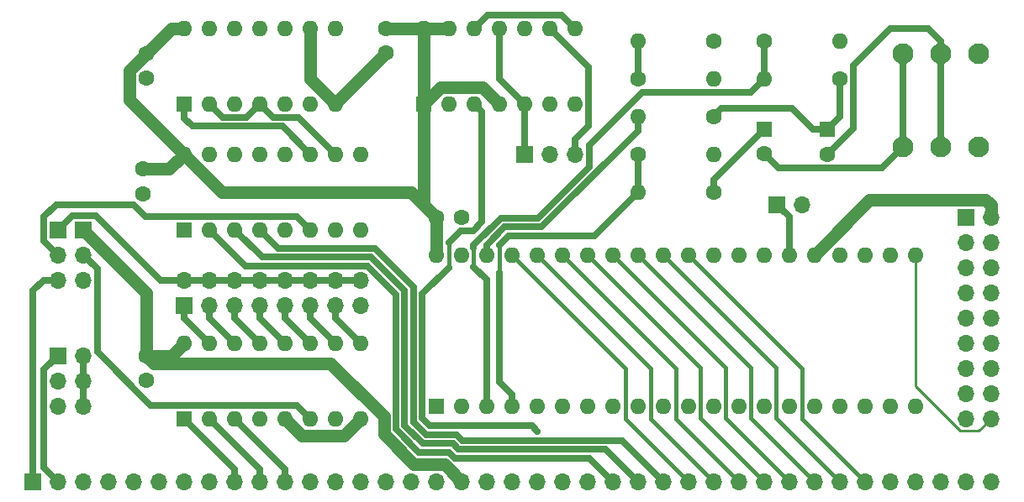
<source format=gbr>
G04 #@! TF.FileFunction,Copper,L2,Bot,Signal*
%FSLAX46Y46*%
G04 Gerber Fmt 4.6, Leading zero omitted, Abs format (unit mm)*
G04 Created by KiCad (PCBNEW 4.0.6) date Sun Apr  2 22:38:37 2017*
%MOMM*%
%LPD*%
G01*
G04 APERTURE LIST*
%ADD10C,0.100000*%
%ADD11C,1.600000*%
%ADD12R,1.600000X1.600000*%
%ADD13O,1.600000X1.600000*%
%ADD14R,1.700000X1.700000*%
%ADD15O,1.700000X1.700000*%
%ADD16C,2.100000*%
%ADD17C,0.685800*%
%ADD18C,1.270000*%
%ADD19C,0.635000*%
%ADD20C,0.381000*%
%ADD21C,0.254000*%
G04 APERTURE END LIST*
D10*
D11*
X73340346Y-131027070D03*
X73340346Y-133527070D03*
D12*
X77470000Y-156210000D03*
D13*
X95250000Y-148590000D03*
X80010000Y-156210000D03*
X92710000Y-148590000D03*
X82550000Y-156210000D03*
X90170000Y-148590000D03*
X85090000Y-156210000D03*
X87630000Y-148590000D03*
X87630000Y-156210000D03*
X85090000Y-148590000D03*
X90170000Y-156210000D03*
X82550000Y-148590000D03*
X92710000Y-156210000D03*
X80010000Y-148590000D03*
X95250000Y-156210000D03*
X77470000Y-148590000D03*
D11*
X135890000Y-118110000D03*
D13*
X143510000Y-118110000D03*
D12*
X77470000Y-137160000D03*
D13*
X95250000Y-129540000D03*
X80010000Y-137160000D03*
X92710000Y-129540000D03*
X82550000Y-137160000D03*
X90170000Y-129540000D03*
X85090000Y-137160000D03*
X87630000Y-129540000D03*
X87630000Y-137160000D03*
X85090000Y-129540000D03*
X90170000Y-137160000D03*
X82550000Y-129540000D03*
X92710000Y-137160000D03*
X80010000Y-129540000D03*
X95250000Y-137160000D03*
X77470000Y-129540000D03*
D12*
X102829360Y-154929840D03*
D13*
X151089360Y-139689840D03*
X105369360Y-154929840D03*
X148549360Y-139689840D03*
X107909360Y-154929840D03*
X146009360Y-139689840D03*
X110449360Y-154929840D03*
X143469360Y-139689840D03*
X112989360Y-154929840D03*
X140929360Y-139689840D03*
X115529360Y-154929840D03*
X138389360Y-139689840D03*
X118069360Y-154929840D03*
X135849360Y-139689840D03*
X120609360Y-154929840D03*
X133309360Y-139689840D03*
X123149360Y-154929840D03*
X130769360Y-139689840D03*
X125689360Y-154929840D03*
X128229360Y-139689840D03*
X128229360Y-154929840D03*
X125689360Y-139689840D03*
X130769360Y-154929840D03*
X123149360Y-139689840D03*
X133309360Y-154929840D03*
X120609360Y-139689840D03*
X135849360Y-154929840D03*
X118069360Y-139689840D03*
X138389360Y-154929840D03*
X115529360Y-139689840D03*
X140929360Y-154929840D03*
X112989360Y-139689840D03*
X143469360Y-154929840D03*
X110449360Y-139689840D03*
X146009360Y-154929840D03*
X107909360Y-139689840D03*
X148549360Y-154929840D03*
X105369360Y-139689840D03*
X151089360Y-154929840D03*
X102829360Y-139689840D03*
D12*
X101600000Y-124460000D03*
D13*
X116840000Y-116840000D03*
X104140000Y-124460000D03*
X114300000Y-116840000D03*
X106680000Y-124460000D03*
X111760000Y-116840000D03*
X109220000Y-124460000D03*
X109220000Y-116840000D03*
X111760000Y-124460000D03*
X106680000Y-116840000D03*
X114300000Y-124460000D03*
X104140000Y-116840000D03*
X116840000Y-124460000D03*
X101600000Y-116840000D03*
D11*
X130810000Y-125730000D03*
D13*
X123190000Y-125730000D03*
D11*
X123190000Y-129540000D03*
D13*
X130810000Y-129540000D03*
D11*
X143510000Y-121920000D03*
D13*
X135890000Y-121920000D03*
D11*
X130810000Y-118110000D03*
D13*
X123190000Y-118110000D03*
D11*
X102870000Y-135890000D03*
X105370000Y-135890000D03*
D12*
X135890000Y-127000000D03*
D11*
X135890000Y-129500000D03*
D12*
X142240000Y-127040000D03*
D11*
X142240000Y-129540000D03*
D14*
X137160000Y-134620000D03*
D15*
X139700000Y-134620000D03*
D11*
X123190000Y-121920000D03*
D13*
X130810000Y-121920000D03*
D11*
X130810000Y-133350000D03*
D13*
X123190000Y-133350000D03*
D12*
X77470000Y-124460000D03*
D13*
X92710000Y-116840000D03*
X80010000Y-124460000D03*
X90170000Y-116840000D03*
X82550000Y-124460000D03*
X87630000Y-116840000D03*
X85090000Y-124460000D03*
X85090000Y-116840000D03*
X87630000Y-124460000D03*
X82550000Y-116840000D03*
X90170000Y-124460000D03*
X80010000Y-116840000D03*
X92710000Y-124460000D03*
X77470000Y-116840000D03*
D11*
X73660000Y-149860000D03*
X73660000Y-152360000D03*
X97790000Y-116840000D03*
X97790000Y-119340000D03*
X73660000Y-119380000D03*
X73660000Y-121880000D03*
D14*
X156189680Y-135884920D03*
D15*
X158729680Y-135884920D03*
X156189680Y-138424920D03*
X158729680Y-138424920D03*
X156189680Y-140964920D03*
X158729680Y-140964920D03*
X156189680Y-143504920D03*
X158729680Y-143504920D03*
X156189680Y-146044920D03*
X158729680Y-146044920D03*
X156189680Y-148584920D03*
X158729680Y-148584920D03*
X156189680Y-151124920D03*
X158729680Y-151124920D03*
X156189680Y-153664920D03*
X158729680Y-153664920D03*
X156189680Y-156204920D03*
X158729680Y-156204920D03*
D14*
X111760000Y-129540000D03*
D15*
X114300000Y-129540000D03*
X116840000Y-129540000D03*
D14*
X64770000Y-149860000D03*
D15*
X67310000Y-149860000D03*
X64770000Y-152400000D03*
X67310000Y-152400000D03*
X64770000Y-154940000D03*
X67310000Y-154940000D03*
D14*
X77470000Y-144780000D03*
D15*
X77470000Y-142240000D03*
X80010000Y-144780000D03*
X80010000Y-142240000D03*
X82550000Y-144780000D03*
X82550000Y-142240000D03*
X85090000Y-144780000D03*
X85090000Y-142240000D03*
X87630000Y-144780000D03*
X87630000Y-142240000D03*
X90170000Y-144780000D03*
X90170000Y-142240000D03*
X92710000Y-144780000D03*
X92710000Y-142240000D03*
X95250000Y-144780000D03*
X95250000Y-142240000D03*
D14*
X67310000Y-137160000D03*
D15*
X67310000Y-139700000D03*
X67310000Y-142240000D03*
D14*
X64770000Y-137160000D03*
D15*
X64770000Y-139700000D03*
X64770000Y-142240000D03*
D14*
X62230000Y-162560000D03*
D15*
X64770000Y-162560000D03*
X67310000Y-162560000D03*
X69850000Y-162560000D03*
X72390000Y-162560000D03*
X74930000Y-162560000D03*
X77470000Y-162560000D03*
X80010000Y-162560000D03*
X82550000Y-162560000D03*
X85090000Y-162560000D03*
X87630000Y-162560000D03*
X90170000Y-162560000D03*
X92710000Y-162560000D03*
X95250000Y-162560000D03*
X97790000Y-162560000D03*
X100330000Y-162560000D03*
X102870000Y-162560000D03*
X105410000Y-162560000D03*
X107950000Y-162560000D03*
X110490000Y-162560000D03*
X113030000Y-162560000D03*
X115570000Y-162560000D03*
X118110000Y-162560000D03*
X120650000Y-162560000D03*
X123190000Y-162560000D03*
X125730000Y-162560000D03*
X128270000Y-162560000D03*
X130810000Y-162560000D03*
X133350000Y-162560000D03*
X135890000Y-162560000D03*
X138430000Y-162560000D03*
X140970000Y-162560000D03*
X143510000Y-162560000D03*
X146050000Y-162560000D03*
X148590000Y-162560000D03*
X151130000Y-162560000D03*
X153670000Y-162560000D03*
X156210000Y-162560000D03*
X158750000Y-162560000D03*
D16*
X149870000Y-119380000D03*
X153670000Y-119380000D03*
X157470000Y-119380000D03*
X157470000Y-128780000D03*
X153670000Y-128780000D03*
X149870000Y-128780000D03*
D17*
X113030000Y-157480000D03*
D18*
X101600000Y-116840000D02*
X97790000Y-116840000D01*
X140929360Y-139689840D02*
X146473281Y-134145919D01*
X146473281Y-134145919D02*
X158192760Y-134145919D01*
X158192760Y-134145919D02*
X158729680Y-134682839D01*
X158729680Y-134682839D02*
X158729680Y-135884920D01*
X77470000Y-129540000D02*
X81280000Y-133350000D01*
X81280000Y-133350000D02*
X100330000Y-133350000D01*
X100330000Y-133350000D02*
X102870000Y-135890000D01*
X103670999Y-160820999D02*
X105410000Y-162560000D01*
X73660000Y-149860000D02*
X74459999Y-150659999D01*
X74459999Y-150659999D02*
X92239999Y-150659999D01*
X92239999Y-150659999D02*
X97584316Y-156004316D01*
X97584316Y-156004316D02*
X97584317Y-157791514D01*
X97584317Y-157791514D02*
X100613802Y-160820999D01*
X100613802Y-160820999D02*
X103670999Y-160820999D01*
X77470000Y-116840000D02*
X76200000Y-116840000D01*
X76200000Y-116840000D02*
X73660000Y-119380000D01*
X101600000Y-116840000D02*
X104140000Y-116840000D01*
X77470000Y-129540000D02*
X71970999Y-124040999D01*
X71970999Y-124040999D02*
X71970999Y-121069001D01*
X71970999Y-121069001D02*
X73660000Y-119380000D01*
X73660000Y-149860000D02*
X76200000Y-149860000D01*
X76200000Y-149860000D02*
X77470000Y-148590000D01*
X67310000Y-137160000D02*
X73660000Y-143510000D01*
X73660000Y-143510000D02*
X73660000Y-149860000D01*
X101600000Y-116840000D02*
X101600000Y-124460000D01*
X101600000Y-124460000D02*
X103289001Y-122770999D01*
X103289001Y-122770999D02*
X107530999Y-122770999D01*
X107530999Y-122770999D02*
X109220000Y-124460000D01*
X101600000Y-124460000D02*
X101600000Y-134620000D01*
X101600000Y-134620000D02*
X102870000Y-135890000D01*
X73340346Y-131027070D02*
X75982930Y-131027070D01*
X75982930Y-131027070D02*
X77470000Y-129540000D01*
X102870000Y-135890000D02*
X102870000Y-139649200D01*
X102870000Y-139649200D02*
X102829360Y-139689840D01*
X102849680Y-139669520D02*
X102829360Y-139689840D01*
X102824280Y-139694920D02*
X102829360Y-139689840D01*
X87630000Y-156210000D02*
X89319001Y-157899001D01*
X89319001Y-157899001D02*
X93560999Y-157899001D01*
X93560999Y-157899001D02*
X95250000Y-156210000D01*
X92710000Y-124420000D02*
X97790000Y-119340000D01*
X90170000Y-116840000D02*
X90170000Y-121920000D01*
X90170000Y-121920000D02*
X92710000Y-124460000D01*
D19*
X62230000Y-162560000D02*
X62230000Y-143295000D01*
X62230000Y-143295000D02*
X63285000Y-142240000D01*
X63285000Y-142240000D02*
X64770000Y-142240000D01*
X64770000Y-149860000D02*
X63348499Y-151281501D01*
X63348499Y-151281501D02*
X63348499Y-161138499D01*
X63348499Y-161138499D02*
X64770000Y-162560000D01*
X112497458Y-156947458D02*
X113030000Y-157480000D01*
X101537740Y-156266922D02*
X102218276Y-156947458D01*
X102218276Y-156947458D02*
X112497458Y-156947458D01*
X101457859Y-143621859D02*
X101457859Y-156187040D01*
X101457859Y-156187040D02*
X101537740Y-156266922D01*
X104124859Y-140954859D02*
X101457859Y-143621859D01*
D20*
X104140000Y-138430000D02*
X104124859Y-138445141D01*
X104124859Y-138445141D02*
X104124859Y-140954859D01*
D19*
X105308499Y-137261501D02*
X104140000Y-138430000D01*
X107479999Y-136360001D02*
X106578499Y-137261501D01*
X106578499Y-137261501D02*
X105308499Y-137261501D01*
X106680000Y-124460000D02*
X107479999Y-125259999D01*
X107479999Y-125259999D02*
X107479999Y-136360001D01*
D20*
X110449360Y-139689840D02*
X121904859Y-151145339D01*
X121904859Y-151145339D02*
X121904859Y-156194859D01*
X121904859Y-156194859D02*
X128270000Y-162560000D01*
X112989360Y-139689840D02*
X124444859Y-151145339D01*
X124444859Y-151145339D02*
X124444859Y-156194859D01*
X124444859Y-156194859D02*
X130810000Y-162560000D01*
X115529360Y-139689840D02*
X126984859Y-151145339D01*
X126984859Y-151145339D02*
X126984859Y-156194859D01*
X126984859Y-156194859D02*
X133350000Y-162560000D01*
X118069360Y-139689840D02*
X129473861Y-151094341D01*
X129473861Y-151094341D02*
X129473861Y-156143861D01*
X129473861Y-156143861D02*
X135890000Y-162560000D01*
X120609360Y-139689840D02*
X132013861Y-151094341D01*
X132013861Y-151094341D02*
X132013861Y-156143861D01*
X132013861Y-156143861D02*
X138430000Y-162560000D01*
X123149360Y-139689840D02*
X134553861Y-151094341D01*
X134553861Y-151094341D02*
X134553861Y-156143861D01*
X134553861Y-156143861D02*
X140970000Y-162560000D01*
X125689360Y-139689840D02*
X137093861Y-151094341D01*
X137093861Y-151094341D02*
X137093861Y-156143861D01*
X137093861Y-156143861D02*
X143510000Y-162560000D01*
X128229360Y-139689840D02*
X139684859Y-151145339D01*
X139684859Y-151145339D02*
X139684859Y-156194859D01*
X139684859Y-156194859D02*
X146050000Y-162560000D01*
D19*
X123598677Y-123291501D02*
X118261501Y-128628677D01*
X135890000Y-121920000D02*
X134518499Y-123291501D01*
X134518499Y-123291501D02*
X123598677Y-123291501D01*
X118261501Y-128628677D02*
X118261501Y-130847201D01*
X118261501Y-130847201D02*
X113122281Y-135986421D01*
X113122281Y-135986421D02*
X109352179Y-135986421D01*
X107909360Y-154929840D02*
X107909360Y-142214600D01*
X106613861Y-138724739D02*
X109352179Y-135986421D01*
X106613861Y-138978739D02*
X106613861Y-138724739D01*
D20*
X106596180Y-140901420D02*
X106613861Y-140883739D01*
X106613861Y-140883739D02*
X106613861Y-138978739D01*
D19*
X107909360Y-142214600D02*
X106596180Y-140901420D01*
X135890000Y-118110000D02*
X135890000Y-121920000D01*
X109199680Y-138678920D02*
X110114157Y-137764443D01*
X110114157Y-137764443D02*
X118775557Y-137764443D01*
X118775557Y-137764443D02*
X123190000Y-133350000D01*
D20*
X109199680Y-138678920D02*
X109199680Y-141472920D01*
D19*
X109199680Y-152548790D02*
X109199680Y-141472920D01*
X109199680Y-152548790D02*
X110449360Y-153798470D01*
X110449360Y-153798470D02*
X110449360Y-154929840D01*
X123190000Y-129540000D02*
X123190000Y-133350000D01*
X106680000Y-116840000D02*
X108051501Y-115468499D01*
X108051501Y-115468499D02*
X115468499Y-115468499D01*
X115468499Y-115468499D02*
X116840000Y-116840000D01*
X123190000Y-127175953D02*
X123190000Y-125730000D01*
X109720418Y-136875432D02*
X113490521Y-136875432D01*
X107909360Y-138686490D02*
X109720418Y-136875432D01*
X107909360Y-139689840D02*
X107909360Y-138686490D01*
X113490521Y-136875432D02*
X123190000Y-127175953D01*
X123190000Y-118110000D02*
X123190000Y-121920000D01*
X138389360Y-139689840D02*
X138389360Y-135849360D01*
X138389360Y-135849360D02*
X137160000Y-134620000D01*
D21*
X151089360Y-139689840D02*
X151089360Y-152926482D01*
X151089360Y-152926482D02*
X155598799Y-157435921D01*
X155598799Y-157435921D02*
X157498679Y-157435921D01*
X157498679Y-157435921D02*
X158729680Y-156204920D01*
D19*
X64770000Y-137160000D02*
X66191501Y-135738499D01*
X66191501Y-135738499D02*
X68617201Y-135738499D01*
X68617201Y-135738499D02*
X75118702Y-142240000D01*
X92710000Y-142240000D02*
X95250000Y-142240000D01*
X90170000Y-142240000D02*
X92710000Y-142240000D01*
X87630000Y-142240000D02*
X90170000Y-142240000D01*
X85090000Y-142240000D02*
X87630000Y-142240000D01*
X82550000Y-142240000D02*
X85090000Y-142240000D01*
X80010000Y-142240000D02*
X82550000Y-142240000D01*
X77470000Y-142240000D02*
X80010000Y-142240000D01*
X75118702Y-142240000D02*
X77470000Y-142240000D01*
X67310000Y-152400000D02*
X67310000Y-149860000D01*
X67310000Y-154940000D02*
X67310000Y-152400000D01*
X87630000Y-162560000D02*
X87630000Y-161290000D01*
X87630000Y-161290000D02*
X82550000Y-156210000D01*
X85090000Y-162560000D02*
X85090000Y-161290000D01*
X85090000Y-161290000D02*
X80010000Y-156210000D01*
X82550000Y-162560000D02*
X82550000Y-161290000D01*
X82550000Y-161290000D02*
X77470000Y-156210000D01*
X130810000Y-133350000D02*
X130810000Y-132080000D01*
X130810000Y-132080000D02*
X135890000Y-127000000D01*
X149870000Y-128780000D02*
X149870000Y-119380000D01*
X135890000Y-129500000D02*
X137301501Y-130911501D01*
X137301501Y-130911501D02*
X147738499Y-130911501D01*
X147738499Y-130911501D02*
X149870000Y-128780000D01*
X130810000Y-125730000D02*
X131609999Y-124930001D01*
X131609999Y-124930001D02*
X138695001Y-124930001D01*
X138695001Y-124930001D02*
X140805000Y-127040000D01*
X140805000Y-127040000D02*
X142240000Y-127040000D01*
X143510000Y-121920000D02*
X143510000Y-125770000D01*
X143510000Y-125770000D02*
X142240000Y-127040000D01*
X142240000Y-129540000D02*
X144881501Y-126898499D01*
X144881501Y-126898499D02*
X144881501Y-120548499D01*
X144881501Y-120548499D02*
X148590000Y-116840000D01*
X148590000Y-116840000D02*
X152400000Y-116840000D01*
X152400000Y-116840000D02*
X153670000Y-118110000D01*
X153670000Y-118110000D02*
X153670000Y-119380000D01*
X153670000Y-119380000D02*
X153670000Y-128780000D01*
X67310000Y-139700000D02*
X68731501Y-141121501D01*
X68731501Y-141121501D02*
X68731501Y-149461323D01*
X88798499Y-154838499D02*
X90170000Y-156210000D01*
X68731501Y-149461323D02*
X74108677Y-154838499D01*
X74108677Y-154838499D02*
X88798499Y-154838499D01*
X64581298Y-134620000D02*
X72403454Y-134620000D01*
X63348499Y-135852799D02*
X64581298Y-134620000D01*
X63348499Y-138278499D02*
X63348499Y-135852799D01*
X64770000Y-139700000D02*
X63348499Y-138278499D01*
X88798499Y-135788499D02*
X90170000Y-137160000D01*
X73571953Y-135788499D02*
X88798499Y-135788499D01*
X72403454Y-134620000D02*
X73571953Y-135788499D01*
X77470000Y-144780000D02*
X77470000Y-146050000D01*
X77470000Y-146050000D02*
X80010000Y-148590000D01*
X80010000Y-144780000D02*
X80010000Y-146050000D01*
X80010000Y-146050000D02*
X82550000Y-148590000D01*
X82550000Y-144780000D02*
X82550000Y-146050000D01*
X82550000Y-146050000D02*
X85090000Y-148590000D01*
X85090000Y-144780000D02*
X85090000Y-146050000D01*
X85090000Y-146050000D02*
X87630000Y-148590000D01*
X87630000Y-144780000D02*
X87630000Y-146050000D01*
X87630000Y-146050000D02*
X90170000Y-148590000D01*
X90170000Y-144780000D02*
X90170000Y-146050000D01*
X90170000Y-146050000D02*
X92710000Y-148590000D01*
X92710000Y-144780000D02*
X92710000Y-146050000D01*
X92710000Y-146050000D02*
X95250000Y-148590000D01*
X111760000Y-124460000D02*
X111760000Y-129540000D01*
X109220000Y-116840000D02*
X109220000Y-121920000D01*
X109220000Y-121920000D02*
X111760000Y-124460000D01*
X116840000Y-128055000D02*
X116840000Y-129540000D01*
X118211501Y-126683499D02*
X116840000Y-128055000D01*
X114300000Y-116840000D02*
X118211501Y-120751501D01*
X118211501Y-120751501D02*
X118211501Y-126683499D01*
X80010000Y-124460000D02*
X81381501Y-125831501D01*
X83718499Y-125831501D02*
X85090000Y-124460000D01*
X81381501Y-125831501D02*
X83718499Y-125831501D01*
X85090000Y-124460000D02*
X86461501Y-125831501D01*
X86461501Y-125831501D02*
X89001501Y-125831501D01*
X89001501Y-125831501D02*
X92710000Y-129540000D01*
X87350512Y-126720512D02*
X90170000Y-129540000D01*
X78295512Y-126720512D02*
X87350512Y-126720512D01*
X77470000Y-125895000D02*
X78295512Y-126720512D01*
X77470000Y-124460000D02*
X77470000Y-125895000D01*
X105465165Y-158394401D02*
X104907231Y-157836469D01*
X104907231Y-157836469D02*
X101850035Y-157836468D01*
X121564401Y-158394401D02*
X105465165Y-158394401D01*
X125730000Y-162560000D02*
X121564401Y-158394401D01*
X100568848Y-142940524D02*
X96668801Y-139040477D01*
X96668801Y-139040477D02*
X86970477Y-139040477D01*
X86970477Y-139040477D02*
X85090000Y-137160000D01*
X101850035Y-157836468D02*
X100568848Y-156555280D01*
X100568848Y-156555280D02*
X100568848Y-142940524D01*
X119913412Y-159283412D02*
X105096926Y-159283412D01*
X104538992Y-158725479D02*
X101481794Y-158725478D01*
X123190000Y-162560000D02*
X119913412Y-159283412D01*
X105096926Y-159283412D02*
X104538992Y-158725479D01*
X101481794Y-158725478D02*
X99679837Y-156923520D01*
X96300561Y-139929488D02*
X85319488Y-139929488D01*
X85319488Y-139929488D02*
X82550000Y-137160000D01*
X99679837Y-143308764D02*
X96300561Y-139929488D01*
X99679837Y-156923520D02*
X99679837Y-143308764D01*
X104170753Y-159614489D02*
X104728687Y-160172423D01*
X104728687Y-160172423D02*
X118262423Y-160172423D01*
X83668499Y-140818499D02*
X95932321Y-140818499D01*
X118262423Y-160172423D02*
X120650000Y-162560000D01*
X101113555Y-159614488D02*
X104170753Y-159614489D01*
X98790826Y-143677004D02*
X98790826Y-157291759D01*
X95932321Y-140818499D02*
X98790826Y-143677004D01*
X80010000Y-137160000D02*
X83668499Y-140818499D01*
X98790826Y-157291759D02*
X101113555Y-159614488D01*
X120650000Y-162560000D02*
X120213822Y-162560000D01*
M02*

</source>
